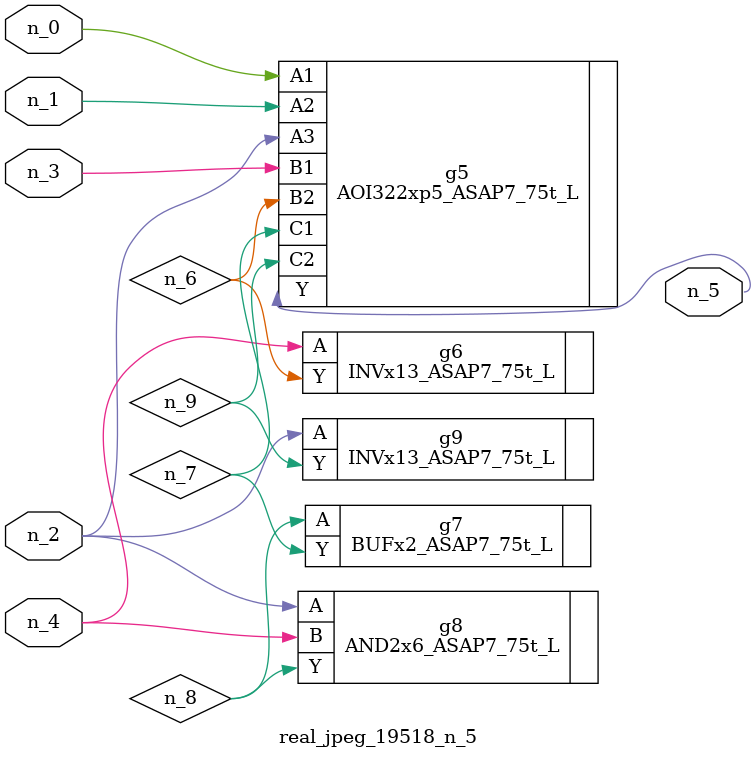
<source format=v>
module real_jpeg_19518_n_5 (n_4, n_0, n_1, n_2, n_3, n_5);

input n_4;
input n_0;
input n_1;
input n_2;
input n_3;

output n_5;

wire n_8;
wire n_6;
wire n_7;
wire n_9;

AOI322xp5_ASAP7_75t_L g5 ( 
.A1(n_0),
.A2(n_1),
.A3(n_2),
.B1(n_3),
.B2(n_6),
.C1(n_7),
.C2(n_9),
.Y(n_5)
);

AND2x6_ASAP7_75t_L g8 ( 
.A(n_2),
.B(n_4),
.Y(n_8)
);

INVx13_ASAP7_75t_L g9 ( 
.A(n_2),
.Y(n_9)
);

INVx13_ASAP7_75t_L g6 ( 
.A(n_4),
.Y(n_6)
);

BUFx2_ASAP7_75t_L g7 ( 
.A(n_8),
.Y(n_7)
);


endmodule
</source>
